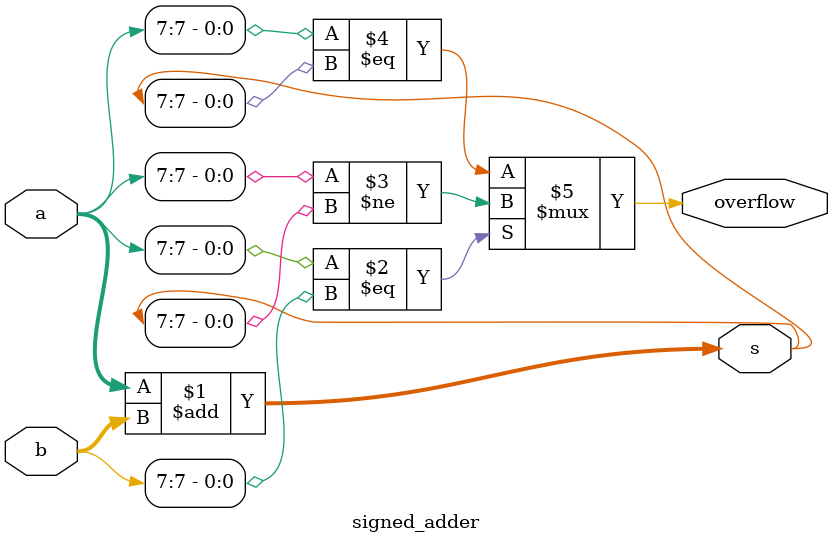
<source format=v>

module signed_adder(input [7:0] a,
    input [7:0] b,
    output [7:0] s,
    output overflow
); 

// The numbers a and b are added to the output s. 
// assign the occurence of the signed overflow of a and b to the output overflow.
// a signed overflow occurs if the most significant bits of a and b are low and the most significant bit of s is high
// a signed overflow may also occur if the most significant bits of a and b are high and the most significant bit of s is low

	// add a and b and store in s
	// add the complement of a to b to detect a signed overflow
	assign s = a + b;

	// determine if a and b are both negative or both positive and assign the overflow to be high only in these cases
	assign overflow = (a[7] == b[7]) ? (a[7] != s[7]) : (a[7] == s[7]);

endmodule

</source>
